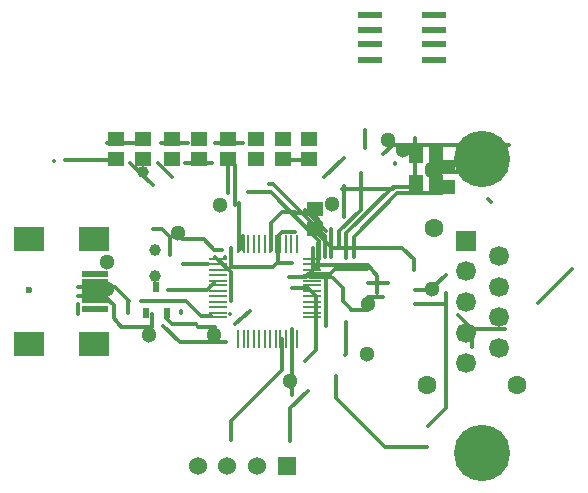
<source format=gtl>
%FSTIX11Y11*%
%MOMM*%
%SFA1B1*%

%IPPOS*%
%ADD10R,1.999996X0.599948*%
%ADD11R,1.350010X1.150112*%
%ADD12R,1.150112X1.350010*%
%ADD13R,0.599948X0.899922*%
%ADD14R,2.499868X1.999996*%
%ADD15R,2.299970X0.499872*%
%ADD16O,1.549908X0.249936*%
%ADD17O,0.249936X1.549908*%
%ADD18C,0.299974*%
%ADD19C,1.599946*%
%ADD20C,0.999998*%
%ADD21C,1.689862*%
%ADD22R,1.689862X1.689862*%
%ADD23C,4.759960*%
%ADD24C,1.524000*%
%ADD25R,1.524000X1.524000*%
%ADD26C,0.599948*%
%ADD27C,1.299972*%
%LNusb_can-1*%
%LPD*%
G54D10*
X781Y514D03*
Y25D03*
Y-38D03*
Y25D03*
X-54Y-12D03*
Y12D03*
Y-25D03*
Y38D03*
G54D11*
X65Y-129D03*
Y-17D03*
X-117Y24D03*
Y17D03*
X-22Y-17D03*
Y17D03*
X-71Y-17D03*
Y17D03*
X-23Y-17D03*
Y17D03*
X71Y-17D03*
Y17D03*
X-23Y-17D03*
Y17D03*
X-95Y-17D03*
Y17D03*
X23Y-17D03*
Y17D03*
X145Y-59D03*
Y-17D03*
G54D12*
X86Y39D03*
X17D03*
X-17Y23D03*
X17D03*
G54D13*
X-237Y-111D03*
X09Y-22D03*
X-18D03*
G54D14*
X-99Y-27D03*
Y89D03*
X55D03*
Y-89D03*
G54D15*
X01Y6D03*
Y-07D03*
Y-08D03*
Y-07D03*
Y-08D03*
G54D16*
X184Y42D03*
Y-04D03*
Y-05D03*
Y-04D03*
Y-05D03*
Y-04D03*
Y-05D03*
Y-04D03*
Y-05D03*
Y-04D03*
Y-05D03*
Y-04D03*
X-8D03*
Y04D03*
Y05D03*
Y04D03*
Y05D03*
Y04D03*
Y05D03*
Y04D03*
Y05D03*
Y04D03*
Y05D03*
Y04D03*
G54D17*
X67Y-67D03*
X-05D03*
X-04D03*
X-05D03*
X-04D03*
X-05D03*
X-04D03*
X-05D03*
X-04D03*
X-05D03*
X-04D03*
X-05D03*
Y8D03*
X05D03*
X04D03*
X05D03*
X04D03*
X05D03*
X04D03*
X05D03*
X04D03*
X05D03*
X04D03*
X05D03*
G54D18*
X-58Y43D02*
Y31D01*
X06Y-142D02*
X12Y11D01*
X71Y28D02*
X08Y-08D01*
Y-11D02*
Y11D01*
Y-11D02*
X08Y-08D01*
X-36Y28D02*
X18D01*
X17Y-28D02*
X14D01*
X-73Y-51D02*
Y27D01*
X-43Y-7D02*
X43Y43D01*
X-43Y-59D02*
Y16D01*
X5Y11D02*
X15Y15D01*
X-15Y-43D02*
Y27D01*
X-92Y82D02*
Y01D01*
X158Y24D02*
X17D01*
X-17Y-12D02*
X13D01*
X-64Y2D02*
X19D01*
X04Y04*
X27*
X-157Y-62D02*
X38D01*
X-53Y14D02*
X14Y-14D01*
X38D02*
X0Y0D01*
X-2Y22D02*
X08D01*
X-21Y13D02*
X13Y-13D01*
X-51Y13D02*
X38D01*
X77Y119D02*
X0Y0D01*
X22*
X-166Y0D02*
X0Y0D01*
X-35Y0D02*
X35D01*
X86Y-88D02*
X0Y0D01*
X-21Y0D02*
X21D01*
X05Y12D02*
X07D01*
X-16Y09D02*
X09Y-09D01*
X-27Y09D02*
X18D01*
X-82Y82D02*
X23D01*
X23D02*
X23D01*
X23D02*
X23D01*
X-15Y-97D02*
X0Y0D01*
X-8Y8D02*
X19Y-19D01*
X04Y19D02*
X12Y-12D01*
X11Y12D02*
X23D01*
X23Y-74D02*
Y4D01*
X-105Y-71D02*
X12Y-12D01*
X-43Y12D02*
X3D01*
X-3Y0D02*
X0Y0D01*
X0Y-23D02*
Y08D01*
X62Y-08D02*
Y0D01*
Y-1D02*
Y09D01*
Y-1D02*
Y0D01*
X-25Y0D02*
X25D01*
X-32Y07D02*
X06Y-07D01*
X-06Y07D02*
Y11D01*
X-08Y08D02*
X08Y-08D01*
X-3Y08D02*
X21D01*
X21Y-04D02*
X0Y0D01*
X0Y-1D02*
Y11D01*
X127Y31D02*
Y12D01*
X0Y-12D02*
X0Y0D01*
X0Y0D02*
X12D01*
X-16Y-03D02*
X03Y03D01*
X-39Y-03D02*
Y16D01*
D01*
Y-16D02*
D01*
X35D01*
X-63Y-51D02*
X15D01*
X12Y11D02*
Y0D01*
X8Y116D02*
X17Y16D01*
X-86Y-66D02*
D01*
Y-11D02*
Y11D01*
X42Y-44D02*
X13D01*
X07Y-07*
Y-46D02*
Y46D01*
X-09Y-55D02*
X09Y09D01*
X-2Y-38D02*
Y56D01*
X-202Y142D02*
D01*
X246Y-47D02*
Y26D01*
X0Y0D02*
X0Y0D01*
X-151Y-112D02*
X05Y-05D01*
X21*
X72Y95D02*
X11D01*
X-2Y-09D02*
X09Y09D01*
X-09Y-32D02*
Y22D01*
X05Y-22D02*
Y11D01*
X04Y04*
X11*
X101Y-32D02*
X0Y0D01*
X0Y0D02*
Y09D01*
X-1Y1D02*
X1Y-1D01*
X-68Y1D02*
X57D01*
X-68Y1D02*
X1Y-1D01*
X-1Y1D02*
Y12D01*
X-07Y07D02*
X07Y-07D01*
X-22Y07D02*
X15D01*
X-65Y21D02*
Y2D01*
X0Y-2D02*
X0Y0D01*
X0Y-14D02*
Y14D01*
Y-14D02*
D01*
X163Y-187D02*
X15Y15D01*
X-26Y88D02*
X26D01*
Y-88D02*
Y88D01*
X-51Y-121D02*
X35D01*
X-77Y42D02*
X42Y-42D01*
X-42Y42D02*
Y18D01*
X8Y73D02*
X13Y13D01*
X-26Y-13D02*
X13D01*
X13Y-12D02*
Y1D01*
X-88Y88D02*
X43D01*
X02Y21D02*
Y01D01*
Y0*
X17Y-23D02*
Y23D01*
X0Y-23D02*
X0Y0D01*
Y23D02*
Y21D01*
X-107Y-118D02*
X15D01*
X1Y1*
X42*
X08Y-09*
Y-14D02*
Y14D01*
X-26Y-66D02*
Y27D01*
X-01Y-28D02*
X01Y01D01*
X16Y174D02*
Y16D01*
X0Y0*
X-99Y-53D02*
X19D01*
X41Y-41*
Y-14D02*
Y14D01*
X-43Y48D02*
X04D01*
X44Y-44*
Y-18D02*
Y18D01*
X05Y-18D02*
Y24D01*
X19Y-24D02*
Y17D01*
X37Y37*
X38*
X-81Y-55D02*
Y21D01*
X39Y39*
X24*
X-69Y-49D02*
Y12D01*
X18Y18*
Y31*
X-47Y-31D02*
X18Y-18D01*
Y-8D02*
Y39D01*
X0Y-39D02*
X0Y0D01*
X-132Y6D02*
Y15D01*
X-07Y07D02*
X07Y-07D01*
X-15Y07D02*
X07D01*
X236Y48D02*
X45D01*
X-152Y-83D02*
Y19D01*
X04Y-17D02*
Y21D01*
X144Y37D02*
X02Y-02D01*
X-233Y-47D02*
X13Y-13D01*
Y-24D02*
Y24D01*
X-53Y-15D02*
X33D01*
X06Y06*
X143Y109D02*
X08Y08D01*
X99*
X24Y-134D02*
X29Y29D01*
X-97Y-39D02*
X12Y-12D01*
X28*
X-28Y-15D02*
Y15D01*
X0Y0*
G54D19*
X-38Y-47D03*
X76D03*
X-7Y182D03*
Y-49D03*
G54D20*
X-246Y47D03*
X1Y-88D03*
X0Y22D03*
G54D21*
X263Y-96D03*
X28Y13D03*
X-28Y13D03*
X28Y13D03*
X-28Y13D03*
X28Y13D03*
X-28Y13D03*
X28Y13D03*
G54D22*
X-28Y13D03*
G54D23*
X14Y69D03*
Y-249D03*
G54D24*
X-216Y-11D03*
X25D03*
X-5D03*
G54D25*
X76D03*
G54D26*
X-219Y106D03*
Y43D03*
G54D27*
X102Y-38D03*
X184Y-16D03*
X-129Y16D03*
X64Y-39D03*
X-155Y78D03*
X96Y71D03*
X-96Y-48D03*
X221Y-36D03*
X54Y13D03*
X-24Y118D03*
X-13Y08D03*
X-47Y-54D03*
X-131Y-25D03*
M02*
</source>
